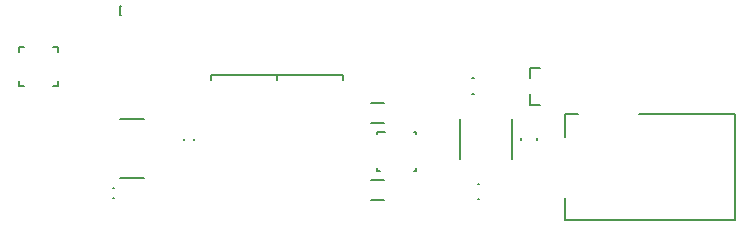
<source format=gbr>
%TF.GenerationSoftware,Altium Limited,Altium Designer,18.1.11 (251)*%
G04 Layer_Color=65535*
%FSLAX26Y26*%
%MOIN*%
%TF.FileFunction,Legend,Top*%
%TF.Part,Single*%
G01*
G75*
%TA.AperFunction,NonConductor*%
%ADD48C,0.008000*%
%ADD52C,0.007874*%
%ADD53C,0.006000*%
%ADD54C,0.005000*%
D48*
X924213Y160350D02*
X1002953D01*
X924213Y357367D02*
X1002953D01*
D52*
X2097441Y491142D02*
X2101378D01*
X2097441Y437992D02*
X2101378D01*
X2115157Y140748D02*
X2119095D01*
X2115157Y87598D02*
X2119095D01*
X2312992Y287402D02*
Y291339D01*
X2259843Y287402D02*
Y291339D01*
X1760827Y86614D02*
X1804134Y86614D01*
X1760827Y153543D02*
X1804134Y153543D01*
X1760827Y409449D02*
X1804134D01*
X1760827Y342520D02*
X1804134D01*
X2290354Y491142D02*
Y525591D01*
X2321851Y525591D01*
X2290354Y403543D02*
Y437992D01*
Y403543D02*
X2321851Y403543D01*
X1780512Y312992D02*
X1780512Y305118D01*
X1780512Y312992D02*
X1806102D01*
X1910433Y305118D02*
Y312992D01*
X1902559Y312992D02*
X1910433Y312992D01*
X1902559Y183071D02*
X1910433D01*
Y190945D01*
X1780512Y183071D02*
X1788386D01*
X1780512Y190945D02*
X1780512Y183071D01*
X1134842Y286417D02*
Y290354D01*
X1170275Y286417D02*
X1170276Y290354D01*
X899606Y126969D02*
X903543D01*
X899606Y91536D02*
X903543Y91535D01*
D53*
X921260Y733268D02*
X921260Y701771D01*
X925197Y701772D01*
X921260Y733268D02*
X925197D01*
X1224410Y501378D02*
X1444882Y501378D01*
Y485630D02*
Y501378D01*
X1224409Y485630D02*
X1224410Y501378D01*
X1444882Y501378D02*
X1665354D01*
Y485630D02*
Y501378D01*
X1444882Y485630D02*
Y501378D01*
X2230201Y223370D02*
Y355370D01*
X2057201Y223370D02*
Y355370D01*
X585575Y597489D02*
X603940D01*
X585575Y465488D02*
X603940D01*
X717575D02*
Y483853D01*
X699210Y597489D02*
X717575D01*
X585575Y579124D02*
Y597489D01*
Y465488D02*
Y483853D01*
X699210Y465488D02*
X717575D01*
Y579124D02*
Y597489D01*
D54*
X2405512Y297244D02*
Y374016D01*
X2651575D02*
X2972441D01*
X2405512Y19685D02*
Y92520D01*
Y374016D02*
X2450787D01*
X2405512Y19685D02*
X2972441D01*
Y374016D01*
%TF.MD5,01280fe715baaf6a4fae3a3350ae76e4*%
M02*

</source>
